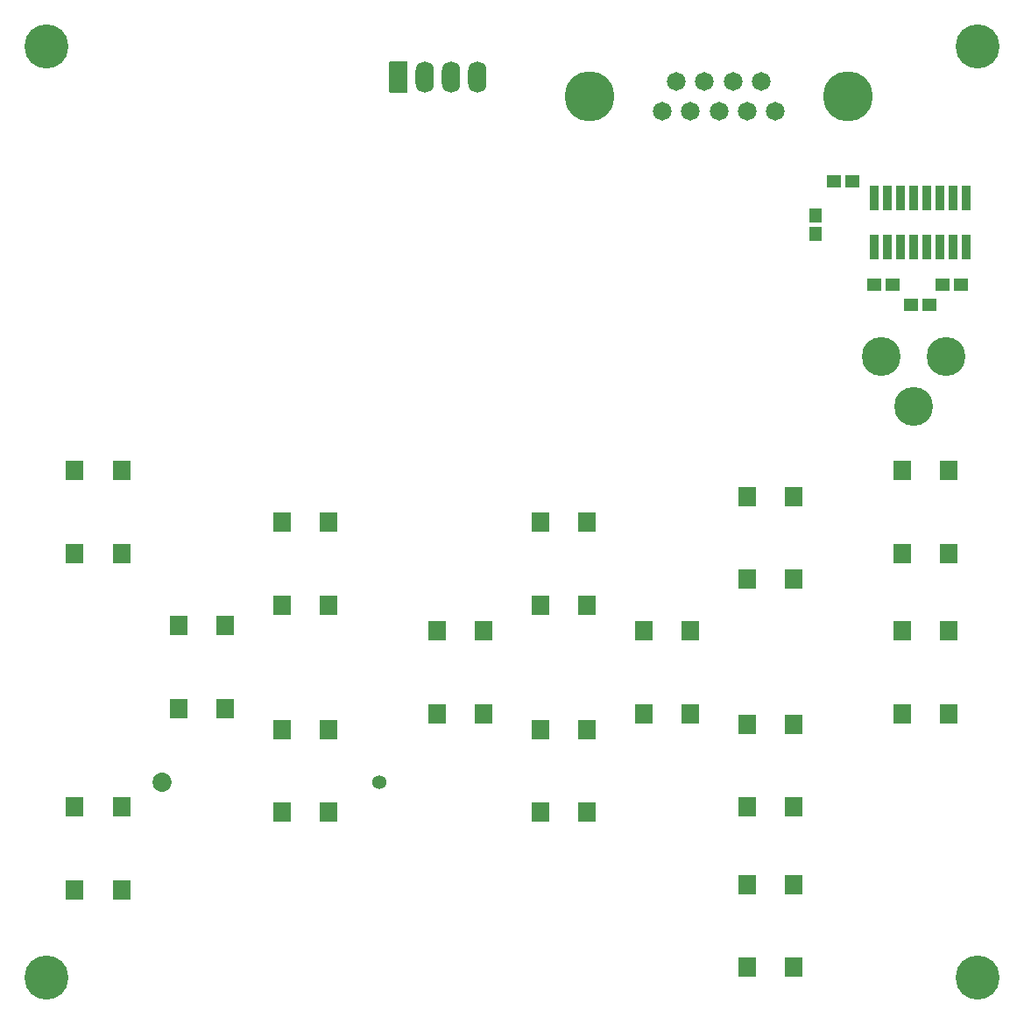
<source format=gts>
G04 EasyPC Gerber Version 21.0.3 Build 4286 *
%FSLAX35Y35*%
%MOIN*%
%ADD78O,0.07000X0.12000*%
%ADD27R,0.03200X0.09600*%
%ADD76R,0.04937X0.05291*%
%ADD74R,0.06512X0.07299*%
%ADD29C,0.05331*%
%ADD72C,0.07142*%
%ADD28C,0.07299*%
%ADD79C,0.14780*%
%ADD26C,0.16748*%
%ADD73C,0.19012*%
%ADD75R,0.05291X0.04937*%
%ADD77R,0.06000X0.11000*%
%AMT77*0 Rounded Rectangle Pad at angle 0*4,1,24,-0.03206,-0.06000,0.03206,-0.06000,0.03297,-0.05985,0.03379,-0.05944,0.03444,-0.05879,0.03486,-0.05797,0.03500,-0.05706,0.03500,0.05706,0.03485,0.05797,0.03444,0.05879,0.03379,0.05944,0.03297,0.05986,0.03206,0.06000,-0.03206,0.06000,-0.03297,0.05985,-0.03379,0.05944,-0.03444,0.05879,-0.03486,0.05797,-0.03500,0.05706,-0.03500,-0.05706,-0.03485,-0.05797,-0.03444,-0.05879,-0.03379,-0.05944,-0.03297,-0.05986,-0.03206,-0.06000,0*%
%ADD77T77*%
X0Y0D02*
D02*
D26*
X19935Y19935D03*
Y374266D03*
X374266Y19935D03*
Y374266D03*
D02*
D27*
X335112Y298037D03*
Y316637D03*
X340112Y298037D03*
Y316637D03*
X345112Y298037D03*
Y316637D03*
X350112Y298037D03*
Y316637D03*
X355112Y298037D03*
Y316637D03*
X360112Y298037D03*
Y316637D03*
X365112Y298037D03*
Y316637D03*
X370112Y298037D03*
Y316637D03*
D02*
D28*
X63833Y94246D03*
D02*
D29*
X146510D03*
D02*
D72*
X254266Y349640D03*
X259659Y360821D03*
X265053Y349640D03*
X270447Y360821D03*
X275841Y349640D03*
X281234Y360821D03*
X286628Y349640D03*
X292022Y360821D03*
X297415Y349640D03*
D02*
D73*
X226648Y355230D03*
X325033D03*
D02*
D74*
X30762Y53400D03*
Y84896D03*
Y181352D03*
Y212848D03*
X48478Y53400D03*
Y84896D03*
Y181352D03*
Y212848D03*
X70132Y122297D03*
Y153793D03*
X87848Y122297D03*
Y153793D03*
X109502Y82927D03*
Y114423D03*
Y161667D03*
Y193163D03*
X127219Y82927D03*
Y114423D03*
Y161667D03*
Y193163D03*
X168557Y120329D03*
Y151825D03*
X186274Y120329D03*
Y151825D03*
X207927Y82927D03*
Y114423D03*
Y161667D03*
Y193163D03*
X225644Y82927D03*
Y114423D03*
Y161667D03*
Y193163D03*
X247297Y120329D03*
Y151825D03*
X265014Y120329D03*
Y151825D03*
X286667Y23872D03*
Y55368D03*
Y84896D03*
Y116392D03*
Y171510D03*
Y203006D03*
X304384Y23872D03*
Y55368D03*
Y84896D03*
Y116392D03*
Y171510D03*
Y203006D03*
X345722Y120329D03*
Y151825D03*
Y181352D03*
Y212848D03*
X363439Y120329D03*
Y151825D03*
Y181352D03*
Y212848D03*
D02*
D75*
X319585Y323085D03*
X326585D03*
X335112Y283715D03*
X342112D03*
X349112Y275841D03*
X356112D03*
X361112Y283715D03*
X368112D03*
D02*
D76*
X312612Y302837D03*
Y309837D03*
D02*
D77*
X153793Y362455D03*
D02*
D78*
X163793D03*
X173793D03*
X183793D03*
D02*
D79*
X337652Y256156D03*
X349935Y237258D03*
X362258Y256156D03*
X0Y0D02*
M02*

</source>
